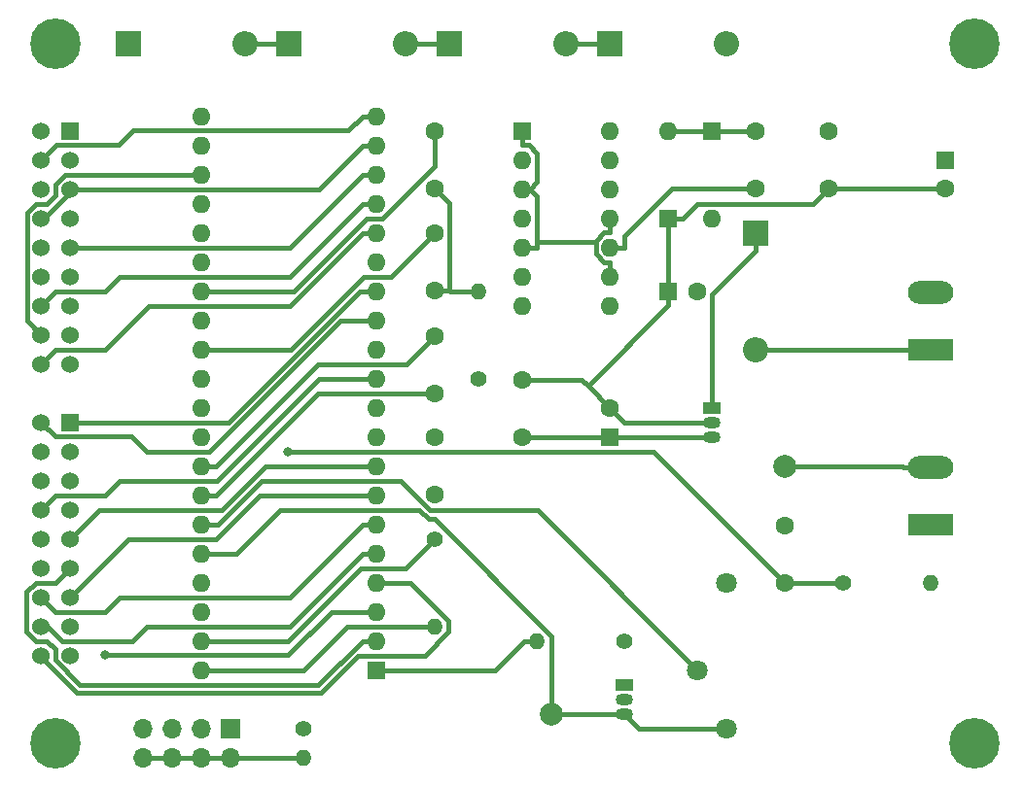
<source format=gbr>
%TF.GenerationSoftware,KiCad,Pcbnew,5.1.6-c6e7f7d~86~ubuntu18.04.1*%
%TF.CreationDate,2020-06-30T16:43:30+02:00*%
%TF.ProjectId,ICL7107,49434c37-3130-4372-9e6b-696361645f70,1.0*%
%TF.SameCoordinates,PX525bfc0PY7a53eb0*%
%TF.FileFunction,Copper,L1,Top*%
%TF.FilePolarity,Positive*%
%FSLAX46Y46*%
G04 Gerber Fmt 4.6, Leading zero omitted, Abs format (unit mm)*
G04 Created by KiCad (PCBNEW 5.1.6-c6e7f7d~86~ubuntu18.04.1) date 2020-06-30 16:43:30*
%MOMM*%
%LPD*%
G01*
G04 APERTURE LIST*
%TA.AperFunction,ComponentPad*%
%ADD10C,1.524000*%
%TD*%
%TA.AperFunction,ComponentPad*%
%ADD11R,1.524000X1.524000*%
%TD*%
%TA.AperFunction,ComponentPad*%
%ADD12O,1.400000X1.400000*%
%TD*%
%TA.AperFunction,ComponentPad*%
%ADD13C,1.400000*%
%TD*%
%TA.AperFunction,ComponentPad*%
%ADD14C,1.600000*%
%TD*%
%TA.AperFunction,ComponentPad*%
%ADD15R,1.600000X1.600000*%
%TD*%
%TA.AperFunction,ComponentPad*%
%ADD16O,2.200000X2.200000*%
%TD*%
%TA.AperFunction,ComponentPad*%
%ADD17R,2.200000X2.200000*%
%TD*%
%TA.AperFunction,ComponentPad*%
%ADD18O,1.600000X1.600000*%
%TD*%
%TA.AperFunction,ComponentPad*%
%ADD19R,3.960000X1.980000*%
%TD*%
%TA.AperFunction,ComponentPad*%
%ADD20O,3.960000X1.980000*%
%TD*%
%TA.AperFunction,ComponentPad*%
%ADD21R,1.700000X1.700000*%
%TD*%
%TA.AperFunction,ComponentPad*%
%ADD22O,1.700000X1.700000*%
%TD*%
%TA.AperFunction,ComponentPad*%
%ADD23C,4.400000*%
%TD*%
%TA.AperFunction,ComponentPad*%
%ADD24C,1.800000*%
%TD*%
%TA.AperFunction,ComponentPad*%
%ADD25C,2.000000*%
%TD*%
%TA.AperFunction,ComponentPad*%
%ADD26O,1.500000X1.050000*%
%TD*%
%TA.AperFunction,ComponentPad*%
%ADD27R,1.500000X1.050000*%
%TD*%
%TA.AperFunction,ViaPad*%
%ADD28C,0.800000*%
%TD*%
%TA.AperFunction,Conductor*%
%ADD29C,0.400000*%
%TD*%
G04 APERTURE END LIST*
D10*
%TO.P,D1,36*%
%TO.N,Net-(D1-Pad36)*%
X3810000Y31750000D03*
%TO.P,D1,35*%
%TO.N,Net-(D1-Pad35)*%
X3810000Y29210000D03*
%TO.P,D1,34*%
%TO.N,Net-(D1-Pad34)*%
X3810000Y26670000D03*
%TO.P,D1,33*%
%TO.N,Net-(D1-Pad33)*%
X3810000Y24130000D03*
%TO.P,D1,32*%
%TO.N,Net-(D1-Pad13)*%
X3810000Y21590000D03*
%TO.P,D1,31*%
X3810000Y19050000D03*
%TO.P,D1,30*%
%TO.N,Net-(D1-Pad30)*%
X3810000Y16510000D03*
%TO.P,D1,29*%
%TO.N,Net-(D1-Pad29)*%
X3810000Y13970000D03*
%TO.P,D1,28*%
%TO.N,Net-(D1-Pad28)*%
X3810000Y11430000D03*
%TO.P,D1,27*%
%TO.N,/DP1*%
X6350000Y11430000D03*
%TO.P,D1,26*%
%TO.N,Net-(D1-Pad26)*%
X6350000Y13970000D03*
%TO.P,D1,25*%
%TO.N,Net-(D1-Pad25)*%
X6350000Y16510000D03*
%TO.P,D1,24*%
%TO.N,Net-(D1-Pad24)*%
X6350000Y19050000D03*
%TO.P,D1,23*%
%TO.N,Net-(D1-Pad23)*%
X6350000Y21590000D03*
%TO.P,D1,22*%
%TO.N,/DP2*%
X6350000Y24130000D03*
%TO.P,D1,21*%
%TO.N,Net-(D1-Pad21)*%
X6350000Y26670000D03*
%TO.P,D1,20*%
%TO.N,Net-(D1-Pad20)*%
X6350000Y29210000D03*
D11*
%TO.P,D1,19*%
%TO.N,Net-(D1-Pad19)*%
X6350000Y31750000D03*
D10*
%TO.P,D1,18*%
%TO.N,Net-(D1-Pad18)*%
X3810000Y57150000D03*
%TO.P,D1,17*%
%TO.N,Net-(D1-Pad17)*%
X3810000Y54610000D03*
%TO.P,D1,16*%
%TO.N,Net-(D1-Pad16)*%
X3810000Y52070000D03*
%TO.P,D1,15*%
%TO.N,Net-(D1-Pad15)*%
X3810000Y49530000D03*
%TO.P,D1,14*%
%TO.N,Net-(D1-Pad13)*%
X3810000Y46990000D03*
%TO.P,D1,13*%
X3810000Y44450000D03*
%TO.P,D1,12*%
%TO.N,Net-(D1-Pad12)*%
X3810000Y41910000D03*
%TO.P,D1,11*%
%TO.N,Net-(D1-Pad11)*%
X3810000Y39370000D03*
%TO.P,D1,10*%
%TO.N,Net-(D1-Pad10)*%
X3810000Y36830000D03*
%TO.P,D1,9*%
%TO.N,/DP3*%
X6350000Y36830000D03*
%TO.P,D1,8*%
%TO.N,Net-(D1-Pad8)*%
X6350000Y39370000D03*
%TO.P,D1,7*%
%TO.N,Net-(D1-Pad7)*%
X6350000Y41910000D03*
%TO.P,D1,6*%
%TO.N,Net-(D1-Pad6)*%
X6350000Y44450000D03*
%TO.P,D1,5*%
%TO.N,Net-(D1-Pad5)*%
X6350000Y46990000D03*
%TO.P,D1,4*%
%TO.N,/DP4*%
X6350000Y49530000D03*
%TO.P,D1,3*%
%TO.N,Net-(D1-Pad15)*%
X6350000Y52070000D03*
%TO.P,D1,2*%
%TO.N,Net-(D1-Pad2)*%
X6350000Y54610000D03*
D11*
%TO.P,D1,1*%
%TO.N,Net-(D1-Pad1)*%
X6350000Y57150000D03*
%TD*%
D12*
%TO.P,R5,2*%
%TO.N,Net-(J2-Pad2)*%
X26670000Y2540000D03*
D13*
%TO.P,R5,1*%
%TO.N,GND*%
X26670000Y5080000D03*
%TD*%
D14*
%TO.P,C1,1*%
%TO.N,/OSC3*%
X38100000Y30480000D03*
%TO.P,C1,2*%
%TO.N,Net-(C1-Pad2)*%
X38100000Y25480000D03*
%TD*%
%TO.P,C2,2*%
%TO.N,Net-(C2-Pad2)*%
X38100000Y43260000D03*
%TO.P,C2,1*%
%TO.N,Net-(C2-Pad1)*%
X38100000Y48260000D03*
%TD*%
%TO.P,C3,1*%
%TO.N,Net-(C3-Pad1)*%
X68580000Y17780000D03*
%TO.P,C3,2*%
%TO.N,/IN-*%
X68580000Y22780000D03*
%TD*%
%TO.P,C4,1*%
%TO.N,Net-(C4-Pad1)*%
X38100000Y57150000D03*
%TO.P,C4,2*%
%TO.N,Net-(C2-Pad2)*%
X38100000Y52150000D03*
%TD*%
%TO.P,C5,1*%
%TO.N,Net-(C5-Pad1)*%
X38100000Y34290000D03*
%TO.P,C5,2*%
%TO.N,Net-(C5-Pad2)*%
X38100000Y39290000D03*
%TD*%
D15*
%TO.P,C6,1*%
%TO.N,Net-(C6-Pad1)*%
X82550000Y54610000D03*
D14*
%TO.P,C6,2*%
%TO.N,GND*%
X82550000Y52110000D03*
%TD*%
%TO.P,C7,1*%
%TO.N,Net-(C6-Pad1)*%
X72390000Y57150000D03*
%TO.P,C7,2*%
%TO.N,GND*%
X72390000Y52150000D03*
%TD*%
D15*
%TO.P,C8,1*%
%TO.N,/V+*%
X53340000Y30480000D03*
D14*
%TO.P,C8,2*%
%TO.N,GND*%
X53340000Y32980000D03*
%TD*%
%TO.P,C9,2*%
%TO.N,GND*%
X45720000Y35480000D03*
%TO.P,C9,1*%
%TO.N,/V+*%
X45720000Y30480000D03*
%TD*%
%TO.P,C10,2*%
%TO.N,Net-(C10-Pad2)*%
X66040000Y52150000D03*
%TO.P,C10,1*%
%TO.N,Net-(C10-Pad1)*%
X66040000Y57150000D03*
%TD*%
%TO.P,C11,2*%
%TO.N,/negative voltage converter/V-*%
X60920000Y43180000D03*
D15*
%TO.P,C11,1*%
%TO.N,GND*%
X58420000Y43180000D03*
%TD*%
D16*
%TO.P,D2,2*%
%TO.N,Net-(D2-Pad2)*%
X66040000Y38100000D03*
D17*
%TO.P,D2,1*%
%TO.N,Net-(C6-Pad1)*%
X66040000Y48260000D03*
%TD*%
D16*
%TO.P,D3,2*%
%TO.N,Net-(D3-Pad2)*%
X21590000Y64770000D03*
D17*
%TO.P,D3,1*%
%TO.N,Net-(D1-Pad13)*%
X11430000Y64770000D03*
%TD*%
%TO.P,D4,1*%
%TO.N,Net-(D3-Pad2)*%
X25400000Y64770000D03*
D16*
%TO.P,D4,2*%
%TO.N,Net-(D4-Pad2)*%
X35560000Y64770000D03*
%TD*%
D17*
%TO.P,D5,1*%
%TO.N,Net-(D4-Pad2)*%
X39370000Y64770000D03*
D16*
%TO.P,D5,2*%
%TO.N,Net-(D5-Pad2)*%
X49530000Y64770000D03*
%TD*%
D17*
%TO.P,D6,1*%
%TO.N,Net-(D5-Pad2)*%
X53340000Y64770000D03*
D16*
%TO.P,D6,2*%
%TO.N,/V+*%
X63500000Y64770000D03*
%TD*%
D18*
%TO.P,D7,2*%
%TO.N,Net-(C10-Pad1)*%
X58420000Y57150000D03*
D15*
%TO.P,D7,1*%
%TO.N,GND*%
X58420000Y49530000D03*
%TD*%
%TO.P,D8,1*%
%TO.N,Net-(C10-Pad1)*%
X62230000Y57150000D03*
D18*
%TO.P,D8,2*%
%TO.N,/negative voltage converter/V-*%
X62230000Y49530000D03*
%TD*%
D19*
%TO.P,J1,1*%
%TO.N,Net-(D2-Pad2)*%
X81280000Y38100000D03*
D20*
%TO.P,J1,2*%
%TO.N,GND*%
X81280000Y43100000D03*
%TD*%
D21*
%TO.P,J2,1*%
%TO.N,/DP4*%
X20320000Y5080000D03*
D22*
%TO.P,J2,2*%
%TO.N,Net-(J2-Pad2)*%
X20320000Y2540000D03*
%TO.P,J2,3*%
%TO.N,/DP3*%
X17780000Y5080000D03*
%TO.P,J2,4*%
%TO.N,Net-(J2-Pad2)*%
X17780000Y2540000D03*
%TO.P,J2,5*%
%TO.N,/DP2*%
X15240000Y5080000D03*
%TO.P,J2,6*%
%TO.N,Net-(J2-Pad2)*%
X15240000Y2540000D03*
%TO.P,J2,7*%
%TO.N,/DP1*%
X12700000Y5080000D03*
%TO.P,J2,8*%
%TO.N,Net-(J2-Pad2)*%
X12700000Y2540000D03*
%TD*%
D20*
%TO.P,J3,2*%
%TO.N,/IN-*%
X81280000Y27860000D03*
D19*
%TO.P,J3,1*%
%TO.N,/IN+*%
X81280000Y22860000D03*
%TD*%
D23*
%TO.P,M1,1*%
%TO.N,Net-(M1-Pad1)*%
X5080000Y64770000D03*
%TD*%
%TO.P,M2,1*%
%TO.N,Net-(M2-Pad1)*%
X85090000Y64770000D03*
%TD*%
%TO.P,M3,1*%
%TO.N,Net-(M3-Pad1)*%
X85090000Y3810000D03*
%TD*%
%TO.P,M4,1*%
%TO.N,Net-(M4-Pad1)*%
X5080000Y3810000D03*
%TD*%
D13*
%TO.P,R1,1*%
%TO.N,Net-(R1-Pad1)*%
X54610000Y12700000D03*
D12*
%TO.P,R1,2*%
%TO.N,/V+*%
X46990000Y12700000D03*
%TD*%
D13*
%TO.P,R2,1*%
%TO.N,Net-(C3-Pad1)*%
X73660000Y17780000D03*
D12*
%TO.P,R2,2*%
%TO.N,/IN+*%
X81280000Y17780000D03*
%TD*%
D13*
%TO.P,R3,1*%
%TO.N,Net-(R3-Pad1)*%
X38100000Y21590000D03*
D12*
%TO.P,R3,2*%
%TO.N,Net-(C1-Pad2)*%
X38100000Y13970000D03*
%TD*%
%TO.P,R4,2*%
%TO.N,Net-(C2-Pad2)*%
X41910000Y43180000D03*
D13*
%TO.P,R4,1*%
%TO.N,Net-(R4-Pad1)*%
X41910000Y35560000D03*
%TD*%
D24*
%TO.P,RV1,1*%
%TO.N,Net-(R1-Pad1)*%
X63500000Y17780000D03*
%TO.P,RV1,2*%
%TO.N,/IN-*%
X60960000Y10160000D03*
%TO.P,RV1,3*%
%TO.N,Net-(RV1-Pad3)*%
X63500000Y5080000D03*
%TD*%
D25*
%TO.P,TP1,1*%
%TO.N,Net-(RV1-Pad3)*%
X48260000Y6350000D03*
%TD*%
%TO.P,TP2,1*%
%TO.N,/IN-*%
X68580000Y27940000D03*
%TD*%
D26*
%TO.P,U1,2*%
%TO.N,Net-(R1-Pad1)*%
X54610000Y7620000D03*
%TO.P,U1,3*%
%TO.N,Net-(RV1-Pad3)*%
X54610000Y6350000D03*
D27*
%TO.P,U1,1*%
%TO.N,N/C*%
X54610000Y8890000D03*
%TD*%
D15*
%TO.P,U2,1*%
%TO.N,/V+*%
X33020000Y10160000D03*
D18*
%TO.P,U2,21*%
%TO.N,GND*%
X17780000Y58420000D03*
%TO.P,U2,2*%
%TO.N,Net-(D1-Pad24)*%
X33020000Y12700000D03*
%TO.P,U2,22*%
%TO.N,Net-(D1-Pad7)*%
X17780000Y55880000D03*
%TO.P,U2,3*%
%TO.N,Net-(D1-Pad26)*%
X33020000Y15240000D03*
%TO.P,U2,23*%
%TO.N,Net-(D1-Pad11)*%
X17780000Y53340000D03*
%TO.P,U2,4*%
%TO.N,Net-(D1-Pad28)*%
X33020000Y17780000D03*
%TO.P,U2,24*%
%TO.N,Net-(D1-Pad8)*%
X17780000Y50800000D03*
%TO.P,U2,5*%
%TO.N,Net-(D1-Pad29)*%
X33020000Y20320000D03*
%TO.P,U2,25*%
%TO.N,Net-(D1-Pad35)*%
X17780000Y48260000D03*
%TO.P,U2,6*%
%TO.N,Net-(D1-Pad30)*%
X33020000Y22860000D03*
%TO.P,U2,26*%
%TO.N,/V-*%
X17780000Y45720000D03*
%TO.P,U2,7*%
%TO.N,Net-(D1-Pad25)*%
X33020000Y25400000D03*
%TO.P,U2,27*%
%TO.N,Net-(C4-Pad1)*%
X17780000Y43180000D03*
%TO.P,U2,8*%
%TO.N,Net-(D1-Pad23)*%
X33020000Y27940000D03*
%TO.P,U2,28*%
%TO.N,Net-(R4-Pad1)*%
X17780000Y40640000D03*
%TO.P,U2,9*%
%TO.N,Net-(D1-Pad20)*%
X33020000Y30480000D03*
%TO.P,U2,29*%
%TO.N,Net-(C2-Pad1)*%
X17780000Y38100000D03*
%TO.P,U2,10*%
%TO.N,Net-(D1-Pad21)*%
X33020000Y33020000D03*
%TO.P,U2,30*%
%TO.N,/IN-*%
X17780000Y35560000D03*
%TO.P,U2,11*%
%TO.N,Net-(D1-Pad33)*%
X33020000Y35560000D03*
%TO.P,U2,31*%
%TO.N,Net-(C3-Pad1)*%
X17780000Y33020000D03*
%TO.P,U2,12*%
%TO.N,Net-(D1-Pad34)*%
X33020000Y38100000D03*
%TO.P,U2,32*%
%TO.N,/IN-*%
X17780000Y30480000D03*
%TO.P,U2,13*%
%TO.N,Net-(D1-Pad36)*%
X33020000Y40640000D03*
%TO.P,U2,33*%
%TO.N,Net-(C5-Pad2)*%
X17780000Y27940000D03*
%TO.P,U2,14*%
%TO.N,Net-(D1-Pad19)*%
X33020000Y43180000D03*
%TO.P,U2,34*%
%TO.N,Net-(C5-Pad1)*%
X17780000Y25400000D03*
%TO.P,U2,15*%
%TO.N,Net-(D1-Pad6)*%
X33020000Y45720000D03*
%TO.P,U2,35*%
%TO.N,/IN-*%
X17780000Y22860000D03*
%TO.P,U2,16*%
%TO.N,Net-(D1-Pad10)*%
X33020000Y48260000D03*
%TO.P,U2,36*%
%TO.N,Net-(RV1-Pad3)*%
X17780000Y20320000D03*
%TO.P,U2,17*%
%TO.N,Net-(D1-Pad12)*%
X33020000Y50800000D03*
%TO.P,U2,37*%
%TO.N,Net-(U2-Pad37)*%
X17780000Y17780000D03*
%TO.P,U2,18*%
%TO.N,Net-(D1-Pad5)*%
X33020000Y53340000D03*
%TO.P,U2,38*%
%TO.N,/OSC3*%
X17780000Y15240000D03*
%TO.P,U2,19*%
%TO.N,Net-(D1-Pad15)*%
X33020000Y55880000D03*
%TO.P,U2,39*%
%TO.N,Net-(R3-Pad1)*%
X17780000Y12700000D03*
%TO.P,U2,20*%
%TO.N,Net-(D1-Pad17)*%
X33020000Y58420000D03*
%TO.P,U2,40*%
%TO.N,Net-(C1-Pad2)*%
X17780000Y10160000D03*
%TD*%
D27*
%TO.P,U3,1*%
%TO.N,Net-(C6-Pad1)*%
X62230000Y33020000D03*
D26*
%TO.P,U3,3*%
%TO.N,/V+*%
X62230000Y30480000D03*
%TO.P,U3,2*%
%TO.N,GND*%
X62230000Y31750000D03*
%TD*%
D15*
%TO.P,U4,1*%
%TO.N,Net-(U4-Pad1)*%
X45720000Y57150000D03*
D18*
%TO.P,U4,8*%
%TO.N,Net-(C10-Pad2)*%
X53340000Y41910000D03*
%TO.P,U4,2*%
X45720000Y54610000D03*
%TO.P,U4,9*%
%TO.N,Net-(U4-Pad1)*%
X53340000Y44450000D03*
%TO.P,U4,3*%
X45720000Y52070000D03*
%TO.P,U4,10*%
%TO.N,Net-(C10-Pad2)*%
X53340000Y46990000D03*
%TO.P,U4,4*%
X45720000Y49530000D03*
%TO.P,U4,11*%
%TO.N,Net-(U4-Pad1)*%
X53340000Y49530000D03*
%TO.P,U4,5*%
X45720000Y46990000D03*
%TO.P,U4,12*%
X53340000Y52070000D03*
%TO.P,U4,6*%
%TO.N,Net-(C10-Pad2)*%
X45720000Y44450000D03*
%TO.P,U4,13*%
%TO.N,/negative voltage converter/OSC3*%
X53340000Y54610000D03*
%TO.P,U4,7*%
%TO.N,GND*%
X45720000Y41910000D03*
%TO.P,U4,14*%
%TO.N,/negative voltage converter/V+*%
X53340000Y57150000D03*
%TD*%
D28*
%TO.N,Net-(C3-Pad1)*%
X25273200Y29210000D03*
%TO.N,Net-(D1-Pad26)*%
X9330800Y11449700D03*
%TD*%
D29*
%TO.N,Net-(C1-Pad2)*%
X19030300Y10160000D02*
X26632000Y10160000D01*
X26632000Y10160000D02*
X30442000Y13970000D01*
X30442000Y13970000D02*
X38100000Y13970000D01*
X17780000Y10160000D02*
X19030300Y10160000D01*
%TO.N,Net-(C2-Pad2)*%
X39363100Y43260000D02*
X38100000Y43260000D01*
X41910000Y43180000D02*
X39443100Y43180000D01*
X39443100Y43180000D02*
X39363100Y43260000D01*
X38100000Y52150000D02*
X39363100Y50886900D01*
X39363100Y50886900D02*
X39363100Y43260000D01*
%TO.N,Net-(C2-Pad1)*%
X38100000Y48260000D02*
X34290000Y44450000D01*
X34290000Y44450000D02*
X31856500Y44450000D01*
X31856500Y44450000D02*
X25506500Y38100000D01*
X25506500Y38100000D02*
X17780000Y38100000D01*
%TO.N,Net-(C3-Pad1)*%
X68580000Y17780000D02*
X57150000Y29210000D01*
X57150000Y29210000D02*
X25273200Y29210000D01*
X73660000Y17780000D02*
X68580000Y17780000D01*
%TO.N,/IN-*%
X60960000Y10160000D02*
X47028000Y24092000D01*
X47028000Y24092000D02*
X37684600Y24092000D01*
X37684600Y24092000D02*
X35106600Y26670000D01*
X35106600Y26670000D02*
X22965100Y26670000D01*
X22965100Y26670000D02*
X19155100Y22860000D01*
X19155100Y22860000D02*
X17780000Y22860000D01*
X81280000Y27860000D02*
X78849700Y27860000D01*
X68580000Y27940000D02*
X78769700Y27940000D01*
X78769700Y27940000D02*
X78849700Y27860000D01*
%TO.N,Net-(C4-Pad1)*%
X17780000Y43180000D02*
X25764500Y43180000D01*
X25764500Y43180000D02*
X32114500Y49530000D01*
X32114500Y49530000D02*
X33533600Y49530000D01*
X33533600Y49530000D02*
X38100000Y54096400D01*
X38100000Y54096400D02*
X38100000Y57150000D01*
%TO.N,Net-(C5-Pad1)*%
X17780000Y25400000D02*
X19030300Y25400000D01*
X19030300Y25400000D02*
X27920300Y34290000D01*
X27920300Y34290000D02*
X38100000Y34290000D01*
%TO.N,Net-(C5-Pad2)*%
X17780000Y27940000D02*
X19030300Y27940000D01*
X19030300Y27940000D02*
X27920300Y36830000D01*
X27920300Y36830000D02*
X35640000Y36830000D01*
X35640000Y36830000D02*
X38100000Y39290000D01*
%TO.N,Net-(C6-Pad1)*%
X66040000Y48260000D02*
X66040000Y46709700D01*
X62230000Y33020000D02*
X62230000Y42899700D01*
X62230000Y42899700D02*
X66040000Y46709700D01*
%TO.N,GND*%
X51405200Y34914900D02*
X53340000Y32980000D01*
X45720000Y35480000D02*
X50840000Y35480000D01*
X50840000Y35480000D02*
X51405200Y34914900D01*
X51405200Y34914900D02*
X58420000Y41929700D01*
X58420000Y43180000D02*
X58420000Y49530000D01*
X58420000Y42584100D02*
X58420000Y43180000D01*
X58420000Y42584100D02*
X58420000Y41929700D01*
X58420000Y49530000D02*
X59670300Y49530000D01*
X72390000Y52150000D02*
X71020300Y50780300D01*
X71020300Y50780300D02*
X60920600Y50780300D01*
X60920600Y50780300D02*
X59670300Y49530000D01*
X82550000Y52110000D02*
X72430000Y52110000D01*
X72430000Y52110000D02*
X72390000Y52150000D01*
X62230000Y31750000D02*
X54570000Y31750000D01*
X54570000Y31750000D02*
X53340000Y32980000D01*
%TO.N,/V+*%
X62230000Y30480000D02*
X53340000Y30480000D01*
X53340000Y30480000D02*
X45720000Y30480000D01*
X46990000Y12700000D02*
X45839700Y12700000D01*
X33020000Y10160000D02*
X43299700Y10160000D01*
X43299700Y10160000D02*
X45839700Y12700000D01*
%TO.N,Net-(C10-Pad2)*%
X53340000Y46990000D02*
X54590300Y46990000D01*
X54590300Y46990000D02*
X54590300Y48005900D01*
X54590300Y48005900D02*
X58734400Y52150000D01*
X58734400Y52150000D02*
X66040000Y52150000D01*
%TO.N,Net-(C10-Pad1)*%
X62230000Y57150000D02*
X66040000Y57150000D01*
X58420000Y57150000D02*
X62230000Y57150000D01*
%TO.N,Net-(D1-Pad17)*%
X33020000Y58420000D02*
X31769700Y58420000D01*
X31769700Y58420000D02*
X30519400Y57169700D01*
X30519400Y57169700D02*
X11783600Y57169700D01*
X11783600Y57169700D02*
X10551500Y55937600D01*
X10551500Y55937600D02*
X5137600Y55937600D01*
X5137600Y55937600D02*
X3810000Y54610000D01*
%TO.N,Net-(D1-Pad15)*%
X31769700Y55880000D02*
X27959700Y52070000D01*
X27959700Y52070000D02*
X6350000Y52070000D01*
X6350000Y52070000D02*
X6350000Y51833600D01*
X6350000Y51833600D02*
X4046400Y49530000D01*
X4046400Y49530000D02*
X3810000Y49530000D01*
X33020000Y55880000D02*
X31769700Y55880000D01*
%TO.N,Net-(D1-Pad5)*%
X31769700Y53340000D02*
X25419700Y46990000D01*
X25419700Y46990000D02*
X6350000Y46990000D01*
X33020000Y53340000D02*
X31769700Y53340000D01*
%TO.N,Net-(D1-Pad12)*%
X33020000Y50800000D02*
X31769700Y50800000D01*
X31769700Y50800000D02*
X25419700Y44450000D01*
X25419700Y44450000D02*
X10626900Y44450000D01*
X10626900Y44450000D02*
X9356900Y43180000D01*
X9356900Y43180000D02*
X5080000Y43180000D01*
X5080000Y43180000D02*
X3810000Y41910000D01*
%TO.N,Net-(D1-Pad11)*%
X17780000Y53340000D02*
X5879700Y53340000D01*
X5879700Y53340000D02*
X5022400Y52482700D01*
X5022400Y52482700D02*
X5022400Y51541900D01*
X5022400Y51541900D02*
X4280500Y50800000D01*
X4280500Y50800000D02*
X3335000Y50800000D01*
X3335000Y50800000D02*
X2561100Y50026100D01*
X2561100Y50026100D02*
X2561100Y40618900D01*
X2561100Y40618900D02*
X3810000Y39370000D01*
%TO.N,Net-(D1-Pad10)*%
X33020000Y48260000D02*
X31769700Y48260000D01*
X31769700Y48260000D02*
X25419700Y41910000D01*
X25419700Y41910000D02*
X13166900Y41910000D01*
X13166900Y41910000D02*
X9356900Y38100000D01*
X9356900Y38100000D02*
X5080000Y38100000D01*
X5080000Y38100000D02*
X3810000Y36830000D01*
%TO.N,Net-(D3-Pad2)*%
X25400000Y64770000D02*
X21590000Y64770000D01*
%TO.N,Net-(D4-Pad2)*%
X39370000Y64770000D02*
X35560000Y64770000D01*
%TO.N,Net-(D5-Pad2)*%
X53340000Y64770000D02*
X49530000Y64770000D01*
%TO.N,Net-(R3-Pad1)*%
X17780000Y12700000D02*
X25295300Y12700000D01*
X25295300Y12700000D02*
X31645300Y19050000D01*
X31645300Y19050000D02*
X35560000Y19050000D01*
X35560000Y19050000D02*
X38100000Y21590000D01*
%TO.N,Net-(RV1-Pad3)*%
X54547200Y6350000D02*
X55817200Y5080000D01*
X55817200Y5080000D02*
X63500000Y5080000D01*
X54547200Y6350000D02*
X53409700Y6350000D01*
X54610000Y6350000D02*
X54547200Y6350000D01*
X48260000Y6350000D02*
X53409700Y6350000D01*
X17780000Y20320000D02*
X20780500Y20320000D01*
X20780500Y20320000D02*
X24590500Y24130000D01*
X24590500Y24130000D02*
X36727000Y24130000D01*
X36727000Y24130000D02*
X37535900Y23321100D01*
X37535900Y23321100D02*
X38062100Y23321100D01*
X38062100Y23321100D02*
X48260000Y13123200D01*
X48260000Y13123200D02*
X48260000Y6350000D01*
%TO.N,Net-(U4-Pad1)*%
X46970300Y47452600D02*
X46970300Y51435500D01*
X46970300Y51435500D02*
X46335800Y52070000D01*
X46970300Y46990000D02*
X46970300Y47452600D01*
X52089600Y47452600D02*
X52089600Y46432600D01*
X52089600Y46432600D02*
X52821900Y45700300D01*
X52821900Y45700300D02*
X53340000Y45700300D01*
X53340000Y48279700D02*
X52793000Y48279700D01*
X52793000Y48279700D02*
X52089600Y47576300D01*
X52089600Y47576300D02*
X52089600Y47452600D01*
X46970300Y47452600D02*
X52089600Y47452600D01*
X53340000Y44450000D02*
X53340000Y45700300D01*
X53340000Y49530000D02*
X53340000Y48279700D01*
X46335800Y52070000D02*
X46970300Y52704500D01*
X46970300Y52704500D02*
X46970300Y55196500D01*
X46970300Y55196500D02*
X46267100Y55899700D01*
X46267100Y55899700D02*
X45720000Y55899700D01*
X45720000Y52070000D02*
X46335800Y52070000D01*
X45720000Y46990000D02*
X46970300Y46990000D01*
X45720000Y57150000D02*
X45720000Y55899700D01*
%TO.N,Net-(D1-Pad36)*%
X33020000Y40640000D02*
X31769700Y40640000D01*
X31769700Y40640000D02*
X29885800Y40640000D01*
X29885800Y40640000D02*
X18455800Y29210000D01*
X18455800Y29210000D02*
X12998600Y29210000D01*
X12998600Y29210000D02*
X11671000Y30537600D01*
X11671000Y30537600D02*
X5022400Y30537600D01*
X5022400Y30537600D02*
X3810000Y31750000D01*
%TO.N,Net-(D1-Pad33)*%
X33020000Y35560000D02*
X27996600Y35560000D01*
X27996600Y35560000D02*
X19106600Y26670000D01*
X19106600Y26670000D02*
X10626900Y26670000D01*
X10626900Y26670000D02*
X9356900Y25400000D01*
X9356900Y25400000D02*
X5080000Y25400000D01*
X5080000Y25400000D02*
X3810000Y24130000D01*
%TO.N,Net-(D1-Pad30)*%
X3810000Y16510000D02*
X5080000Y15240000D01*
X5080000Y15240000D02*
X9356900Y15240000D01*
X9356900Y15240000D02*
X10626900Y16510000D01*
X10626900Y16510000D02*
X25419700Y16510000D01*
X25419700Y16510000D02*
X31769700Y22860000D01*
X33020000Y22860000D02*
X31769700Y22860000D01*
%TO.N,Net-(D1-Pad29)*%
X33020000Y20320000D02*
X31769700Y20320000D01*
X31769700Y20320000D02*
X25419700Y13970000D01*
X25419700Y13970000D02*
X12998600Y13970000D01*
X12998600Y13970000D02*
X11745900Y12717300D01*
X11745900Y12717300D02*
X5644400Y12717300D01*
X5644400Y12717300D02*
X4391700Y13970000D01*
X4391700Y13970000D02*
X3810000Y13970000D01*
%TO.N,Net-(D1-Pad28)*%
X3810000Y11430000D02*
X3810000Y11281300D01*
X3810000Y11281300D02*
X6880800Y8210500D01*
X6880800Y8210500D02*
X28200000Y8210500D01*
X28200000Y8210500D02*
X31399900Y11410400D01*
X31399900Y11410400D02*
X37180000Y11410400D01*
X37180000Y11410400D02*
X39275400Y13505800D01*
X39275400Y13505800D02*
X39275400Y14443300D01*
X39275400Y14443300D02*
X35938700Y17780000D01*
X35938700Y17780000D02*
X33020000Y17780000D01*
%TO.N,Net-(D1-Pad26)*%
X33020000Y15240000D02*
X29086200Y15240000D01*
X29086200Y15240000D02*
X25295900Y11449700D01*
X25295900Y11449700D02*
X9330800Y11449700D01*
%TO.N,Net-(D1-Pad25)*%
X33020000Y25400000D02*
X31769700Y25400000D01*
X31769700Y25400000D02*
X22820500Y25400000D01*
X22820500Y25400000D02*
X19010500Y21590000D01*
X19010500Y21590000D02*
X11430000Y21590000D01*
X11430000Y21590000D02*
X6350000Y16510000D01*
%TO.N,Net-(D1-Pad24)*%
X33020000Y12700000D02*
X31769700Y12700000D01*
X31769700Y12700000D02*
X27943200Y8873500D01*
X27943200Y8873500D02*
X7187300Y8873500D01*
X7187300Y8873500D02*
X5022400Y11038400D01*
X5022400Y11038400D02*
X5022400Y11958100D01*
X5022400Y11958100D02*
X4280500Y12700000D01*
X4280500Y12700000D02*
X3333800Y12700000D01*
X3333800Y12700000D02*
X2544900Y13488900D01*
X2544900Y13488900D02*
X2544900Y16976700D01*
X2544900Y16976700D02*
X3348200Y17780000D01*
X3348200Y17780000D02*
X5080000Y17780000D01*
X5080000Y17780000D02*
X6350000Y19050000D01*
%TO.N,Net-(D1-Pad23)*%
X33020000Y27940000D02*
X23315300Y27940000D01*
X23315300Y27940000D02*
X19505300Y24130000D01*
X19505300Y24130000D02*
X8890000Y24130000D01*
X8890000Y24130000D02*
X6350000Y21590000D01*
%TO.N,Net-(D1-Pad19)*%
X31769700Y43180000D02*
X31506100Y43180000D01*
X31506100Y43180000D02*
X20076100Y31750000D01*
X20076100Y31750000D02*
X6350000Y31750000D01*
X33020000Y43180000D02*
X31769700Y43180000D01*
%TO.N,Net-(D2-Pad2)*%
X81280000Y38100000D02*
X66040000Y38100000D01*
%TO.N,Net-(J2-Pad2)*%
X20320000Y2540000D02*
X26670000Y2540000D01*
X17780000Y2540000D02*
X20320000Y2540000D01*
X15240000Y2540000D02*
X17780000Y2540000D01*
X12700000Y2540000D02*
X15240000Y2540000D01*
%TD*%
M02*

</source>
